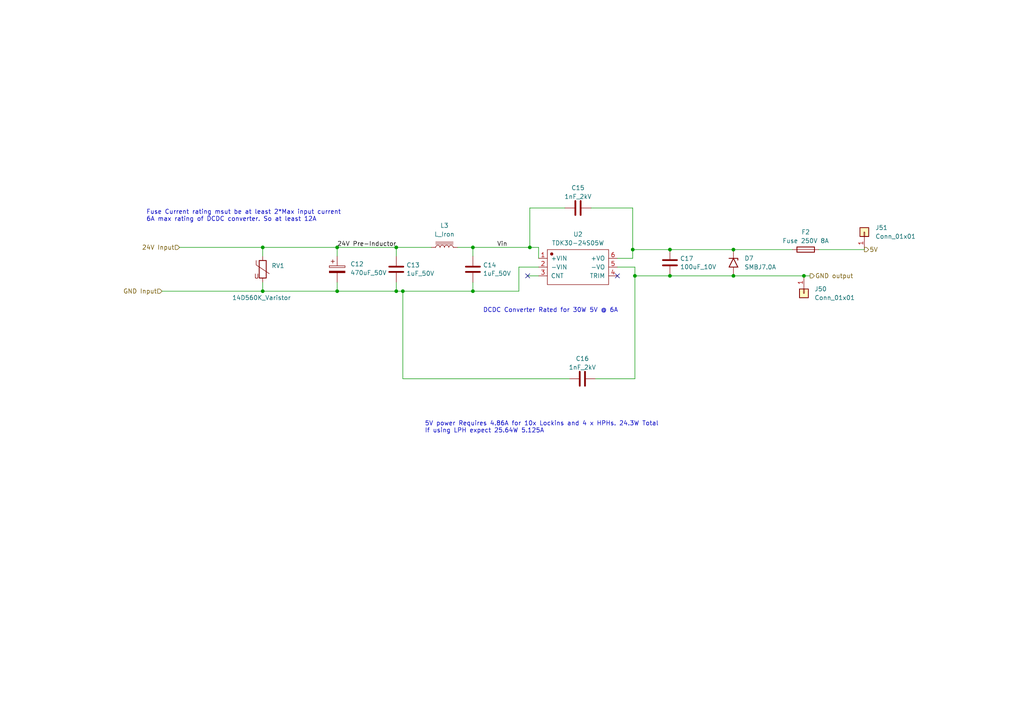
<source format=kicad_sch>
(kicad_sch (version 20231120) (generator "eeschema") (generator_version "8.0")
  (paper "A4")
  (lib_symbols
    (symbol "0_25V_5V:TDK30-24S05W" (pin_names (offset 1.016))
      (property "Reference" "U" (at 0 7.6962 0))
      (property "Value" "TDK30-24S05W" (at 0 12.7762 0))
      (symbol "TDK30-24S05W_1_1"
        (rectangle (start -8.89 5.08) (end 8.89 -5.08) (stroke (width 0.1524)))
        (circle (center -7.62 3.81) (radius 0.381) (stroke (width 0.1524)) (fill (type outline)))
        (pin input line (at -11.43 2.54 0) (length 2.54) (name "+VIN") (number "1"))
        (pin input line (at -11.43 0 0) (length 2.54) (name "-VIN") (number "2"))
        (pin input line (at -11.43 -2.54 0) (length 2.54) (name "CNT") (number "3"))
        (pin input line (at 11.43 -2.54 180) (length 2.54) (name "TRIM") (number "4"))
        (pin input line (at 11.43 0 180) (length 2.54) (name "-VO") (number "5"))
        (pin input line (at 11.43 2.54 180) (length 2.54) (name "+VO") (number "6"))
      )
    )
    (symbol "Connector_Generic:Conn_01x01" (pin_names (offset 1.016) hide)
      (property "Reference" "J" (at 0 2.54 0))
      (property "Value" "Conn_01x01" (at 0 -2.54 0))
      (symbol "Conn_01x01_1_1"
        (rectangle (start -1.27 0.127) (end 0 -0.127) (stroke (width 0.1524)))
        (rectangle (start -1.27 1.27) (end 1.27 -1.27) (stroke (width 0.254)) (fill (type background)))
        (pin passive line (at -5.08 0 0) (length 3.81) (name "Pin_1") (number "1"))
      )
    )
    (symbol "Device:C" (pin_numbers hide) (pin_names (offset 0.254))
      (property "Reference" "C" (at 0.635 2.54 0))
      (property "Value" "C" (at 0.635 -2.54 0))
      (symbol "C_0_1"
        (polyline (pts (xy -2.032 -0.762) (xy 2.032 -0.762)) (stroke (width 0.508)))
        (polyline (pts (xy -2.032 0.762) (xy 2.032 0.762)) (stroke (width 0.508)))
      )
      (symbol "C_1_1"
        (pin passive line (at 0 3.81 270) (length 2.794) (name "~") (number "1"))
        (pin passive line (at 0 -3.81 90) (length 2.794) (name "~") (number "2"))
      )
    )
    (symbol "Device:C_Polarized" (pin_numbers hide) (pin_names (offset 0.254))
      (property "Reference" "C" (at 0.635 2.54 0))
      (property "Value" "C_Polarized" (at 0.635 -2.54 0))
      (symbol "C_Polarized_0_1"
        (rectangle (start -2.286 0.508) (end 2.286 1.016))
        (polyline (pts (xy -1.778 2.286) (xy -0.762 2.286)))
        (polyline (pts (xy -1.27 2.794) (xy -1.27 1.778)))
        (rectangle (start 2.286 -0.508) (end -2.286 -1.016) (fill (type outline)))
      )
      (symbol "C_Polarized_1_1"
        (pin passive line (at 0 3.81 270) (length 2.794) (name "~") (number "1"))
        (pin passive line (at 0 -3.81 90) (length 2.794) (name "~") (number "2"))
      )
    )
    (symbol "Device:Fuse" (pin_numbers hide) (pin_names (offset 0))
      (property "Reference" "F" (at 2.032 0 90))
      (property "Value" "Fuse" (at -1.905 0 90))
      (symbol "Fuse_0_1"
        (rectangle (start -0.762 -2.54) (end 0.762 2.54) (stroke (width 0.254)))
        (polyline (pts (xy 0 2.54) (xy 0 -2.54)))
      )
      (symbol "Fuse_1_1"
        (pin passive line (at 0 3.81 270) (length 1.27) (name "~") (number "1"))
        (pin passive line (at 0 -3.81 90) (length 1.27) (name "~") (number "2"))
      )
    )
    (symbol "Device:L_Iron" (pin_numbers hide) (pin_names (offset 1.016) hide)
      (property "Reference" "L" (at -1.27 0 90))
      (property "Value" "L_Iron" (at 2.794 0 90))
      (symbol "L_Iron_0_1"
        (arc (start 0 -2.54) (mid 0.6323 -1.905) (end 0 -1.27))
        (arc (start 0 -1.27) (mid 0.6323 -0.635) (end 0 0))
        (polyline (pts (xy 1.016 2.54) (xy 1.016 -2.54)))
        (polyline (pts (xy 1.524 -2.54) (xy 1.524 2.54)))
        (arc (start 0 0) (mid 0.6323 0.635) (end 0 1.27))
        (arc (start 0 1.27) (mid 0.6323 1.905) (end 0 2.54))
      )
      (symbol "L_Iron_1_1"
        (pin passive line (at 0 3.81 270) (length 1.27) (name "1") (number "1"))
        (pin passive line (at 0 -3.81 90) (length 1.27) (name "2") (number "2"))
      )
    )
    (symbol "Device:Varistor" (pin_numbers hide) (pin_names (offset 0))
      (property "Reference" "RV" (at 3.175 0 90))
      (property "Value" "Varistor" (at -3.175 0 90))
      (symbol "Varistor_0_0"
        (text "U" (at -1.778 -2.032 0) (effects (font (size 1.27 1.27))))
      )
      (symbol "Varistor_0_1"
        (rectangle (start -1.016 -2.54) (end 1.016 2.54) (stroke (width 0.254)))
        (polyline (pts (xy -1.905 2.54) (xy -1.905 1.27) (xy 1.905 -1.27)))
      )
      (symbol "Varistor_1_1"
        (pin passive line (at 0 3.81 270) (length 1.27) (name "~") (number "1"))
        (pin passive line (at 0 -3.81 90) (length 1.27) (name "~") (number "2"))
      )
    )
    (symbol "Diode:SMAJ7.0A" (pin_numbers hide) (pin_names (offset 1.016) hide)
      (property "Reference" "D" (at 0 2.54 0))
      (property "Value" "SMAJ7.0A" (at 0 -2.54 0))
      (symbol "SMAJ7.0A_0_1"
        (polyline (pts (xy -0.762 1.27) (xy -1.27 1.27) (xy -1.27 -1.27)) (stroke (width 0.254)))
        (polyline (pts (xy 1.27 1.27) (xy 1.27 -1.27) (xy -1.27 0) (xy 1.27 1.27)) (stroke (width 0.254)))
      )
      (symbol "SMAJ7.0A_1_1"
        (pin passive line (at -3.81 0 0) (length 2.54) (name "A1") (number "1"))
        (pin passive line (at 3.81 0 180) (length 2.54) (name "A2") (number "2"))
      )
    )
  )
  (junction (at 76.2 84.455))
  (junction (at 153.67 71.755))
  (junction (at 114.935 84.455))
  (junction (at 184.15 80.01))
  (junction (at 183.515 72.39))
  (junction (at 116.84 84.455))
  (junction (at 233.172 80.01))
  (junction (at 137.16 84.455))
  (junction (at 114.935 71.755))
  (junction (at 137.16 71.755))
  (junction (at 97.79 71.755))
  (junction (at 97.79 84.455))
  (junction (at 212.725 80.01))
  (junction (at 212.725 72.39))
  (junction (at 194.31 80.01))
  (junction (at 76.2 71.755))
  (junction (at 194.31 72.39))
  (no_connect (at 179.07 80.01))
  (no_connect (at 153.035 80.01))
  (wire (pts (xy 237.49 72.39) (xy 250.698 72.39)))
  (wire (pts (xy 52.07 71.755) (xy 76.2 71.755)))
  (wire (pts (xy 233.172 80.01) (xy 212.725 80.01)))
  (wire (pts (xy 153.67 60.325) (xy 163.83 60.325)))
  (wire (pts (xy 156.21 77.47) (xy 150.495 77.47)))
  (wire (pts (xy 194.31 80.01) (xy 212.725 80.01)))
  (wire (pts (xy 179.07 74.93) (xy 183.515 74.93)))
  (wire (pts (xy 156.21 80.01) (xy 153.035 80.01)))
  (wire (pts (xy 183.515 72.39) (xy 183.515 60.325)))
  (wire (pts (xy 194.31 72.39) (xy 212.725 72.39)))
  (wire (pts (xy 76.2 71.755) (xy 97.79 71.755)))
  (wire (pts (xy 97.79 81.915) (xy 97.79 84.455)))
  (wire (pts (xy 137.16 71.755) (xy 153.67 71.755)))
  (wire (pts (xy 137.16 71.755) (xy 137.16 74.295)))
  (wire (pts (xy 137.16 81.915) (xy 137.16 84.455)))
  (wire (pts (xy 76.2 71.755) (xy 76.2 74.295)))
  (wire (pts (xy 116.84 84.455) (xy 114.935 84.455)))
  (wire (pts (xy 183.515 72.39) (xy 194.31 72.39)))
  (wire (pts (xy 97.79 84.455) (xy 76.2 84.455)))
  (wire (pts (xy 114.935 84.455) (xy 97.79 84.455)))
  (wire (pts (xy 156.21 71.755) (xy 156.21 74.93)))
  (wire (pts (xy 212.725 72.39) (xy 229.87 72.39)))
  (wire (pts (xy 183.515 60.325) (xy 171.45 60.325)))
  (wire (pts (xy 153.67 71.755) (xy 156.21 71.755)))
  (wire (pts (xy 184.15 80.01) (xy 194.31 80.01)))
  (wire (pts (xy 114.935 71.755) (xy 125.095 71.755)))
  (wire (pts (xy 184.15 77.47) (xy 184.15 80.01)))
  (wire (pts (xy 137.16 84.455) (xy 116.84 84.455)))
  (wire (pts (xy 234.95 80.01) (xy 233.172 80.01)))
  (wire (pts (xy 150.495 84.455) (xy 137.16 84.455)))
  (wire (pts (xy 97.79 71.755) (xy 97.79 74.295)))
  (wire (pts (xy 153.67 71.755) (xy 153.67 60.325)))
  (wire (pts (xy 179.07 77.47) (xy 184.15 77.47)))
  (wire (pts (xy 46.99 84.455) (xy 76.2 84.455)))
  (wire (pts (xy 76.2 81.915) (xy 76.2 84.455)))
  (wire (pts (xy 97.79 71.755) (xy 114.935 71.755)))
  (wire (pts (xy 116.84 84.455) (xy 116.84 109.855)))
  (wire (pts (xy 114.935 81.915) (xy 114.935 84.455)))
  (wire (pts (xy 114.935 71.755) (xy 114.935 74.295)))
  (wire (pts (xy 184.15 80.01) (xy 184.15 109.855)))
  (wire (pts (xy 132.715 71.755) (xy 137.16 71.755)))
  (wire (pts (xy 183.515 74.93) (xy 183.515 72.39)))
  (wire (pts (xy 116.84 109.855) (xy 165.1 109.855)))
  (wire (pts (xy 184.15 109.855) (xy 172.72 109.855)))
  (wire (pts (xy 150.495 77.47) (xy 150.495 84.455)))
  (text "DCDC Converter Rated for 30W 5V @ 6A" (at 140.081 90.805 0) (effects (font (size 1.27 1.27)) (justify left bottom)))
  (text "5V power Requires 4.86A for 10x Lockins and 4 x HPHs. 24.3W Total\nIf using LPH expect 25.64W 5.125A" (at 123.19 125.73 0) (effects (font (size 1.27 1.27)) (justify left bottom)))
  (text "Fuse Current rating msut be at least 2*Max input current\n6A max rating of DCDC converter. So at least 12A\n" (at 42.418 64.389 0) (effects (font (size 1.27 1.27)) (justify left bottom)))
  (label "Vin" (at 144.145 71.755 0))
  (label "24V Pre-Inductor" (at 97.79 71.755 0))
  (hierarchical_label "5V" (shape output) (at 250.698 72.39 0))
  (hierarchical_label "24V Input" (shape input) (at 52.07 71.755 180))
  (hierarchical_label "GND output" (shape output) (at 234.95 80.01 0))
  (hierarchical_label "GND Input" (shape input) (at 46.99 84.455 180))
  (symbol (lib_id "0_25V_5V:TDK30-24S05W") (at 167.64 77.47 0) (unit 1)
    (property "Reference" "U2" (at 167.64 67.945 0))
    (property "Value" "TDK30-24S05W" (at 167.64 70.485 0))
    (property "Footprint" "0_Motherboard_v1:PWRM-TH_TDK30-XXSXX" (effects (hide yes)))
    (property "Datasheet" "http://www.szlcsc.com/product/details_596509.html" (effects (hide yes)))
    (property "LCSC" "C570789" (effects (hide yes)))
    (property "uuid" "std:1732781940534846a47b2173a4d139b2" (effects (hide yes)))
    (instances (project "motherboard_v1" (path "" (reference "U2") (unit 1))) (project "24v_to_5V" (path "" (reference "U?") (unit 1))))
  )
  (symbol (lib_id "Device:C") (at 137.16 78.105 0) (unit 1)
    (property "Reference" "C14" (at 140.081 76.8929 0) (effects (justify left)))
    (property "Value" "1uF_50V" (at 140.081 79.3171 0) (effects (justify left)))
    (property "Footprint" "Capacitor_SMD:C_0603_1608Metric" (effects (hide yes)))
    (property "LCSC" "C15849" (effects (hide yes)))
    (instances (project "motherboard_v1" (path "" (reference "C14") (unit 1))) (project "24v_to_5V" (path "" (reference "C?") (unit 1))))
  )
  (symbol (lib_id "Connector_Generic:Conn_01x01") (at 250.698 67.31 90) (unit 1)
    (property "Reference" "J51" (at 253.873 66.04 90) (effects (justify right)))
    (property "Value" "Conn_01x01" (at 253.873 68.58 90) (effects (justify right)))
    (property "Footprint" "0_Motherboard_v1:Test_Point_TH_BD3.2-D2.0" (effects (hide yes)))
    (property "LCSC" "C5277086" (effects (hide yes)))
  )
  (symbol (lib_id "Connector_Generic:Conn_01x01") (at 233.172 85.09 270) (unit 1)
    (property "Reference" "J50" (at 236.22 83.8199 90) (effects (justify left)))
    (property "Value" "Conn_01x01" (at 236.22 86.3599 90) (effects (justify left)))
    (property "Footprint" "0_Motherboard_v1:Test_Point_TH_BD3.2-D2.0" (effects (hide yes)))
    (property "LCSC" "C5199811" (effects (hide yes)))
  )
  (symbol (lib_id "Diode:SMAJ7.0A") (at 212.725 76.2 270) (unit 1)
    (property "Reference" "D7" (at 215.9 74.93 90) (effects (justify left)))
    (property "Value" "SMBJ7.0A" (at 215.9 77.47 90) (effects (justify left)))
    (property "Footprint" "Diode_SMD:D_SMA" (effects (hide yes)))
    (property "Datasheet" "https://www.littelfuse.com/media?resourcetype=datasheets&itemid=75e32973-b177-4ee3-a0ff-cedaf1abdb93&filename=smaj-datasheet" (effects (hide yes)))
    (property "LCSC" "C693613" (effects (hide yes)))
    (instances (project "motherboard_v1" (path "" (reference "D7") (unit 1))) (project "24v_to_5V" (path "" (reference "D?") (unit 1))))
  )
  (symbol (lib_id "Device:L_Iron") (at 128.905 71.755 90) (unit 1)
    (property "Reference" "L3" (at 128.905 65.405 90))
    (property "Value" "L_Iron" (at 128.905 67.945 90))
    (property "Footprint" "0_Motherboard_v1:IND-SMD_L7.1-W6.6" (effects (hide yes)))
    (property "LCSC" "C439009" (effects (hide yes)))
    (instances (project "motherboard_v1" (path "" (reference "L3") (unit 1))) (project "24v_to_5V" (path "" (reference "L?") (unit 1))))
  )
  (symbol (lib_id "Device:Fuse") (at 233.68 72.39 90) (unit 1)
    (property "Reference" "F2" (at 233.68 67.31 90))
    (property "Value" "Fuse 250V 8A" (at 233.68 69.85 90))
    (property "Footprint" "0_Motherboard_v1:Fuse_holder" (effects (hide yes)))
    (property "LCSC" "C268204" (effects (hide yes)))
  )
  (symbol (lib_id "Device:Varistor") (at 76.2 78.105 0) (unit 1)
    (property "Reference" "RV1" (at 78.74 77.0862 0) (effects (justify left)))
    (property "Value" "14D560K_Varistor" (at 67.31 86.36 0) (effects (justify left)))
    (property "Footprint" "0_Motherboard_v1:RES-TH_L17.0-W5.0-P7.50-D1.2" (effects (hide yes)))
    (property "Sim.Name" "kicad_builtin_varistor" (effects (hide yes)))
    (property "Sim.Device" "SUBCKT" (effects (hide yes)))
    (property "Sim.Pins" "1=A 2=B" (effects (hide yes)))
    (property "Sim.Params" "threshold=1k" (effects (hide yes)))
    (property "Sim.Library" "${KICAD7_SYMBOL_DIR}/Simulation_SPICE.sp" (effects (hide yes)))
    (property "LCSC" "C18901" (effects (hide yes)))
    (instances (project "motherboard_v1" (path "" (reference "RV1") (unit 1))) (project "24v_to_5V" (path "" (reference "RV?") (unit 1))))
  )
  (symbol (lib_id "Device:C") (at 194.31 76.2 0) (unit 1)
    (property "Reference" "C17" (at 197.231 74.9879 0) (effects (justify left)))
    (property "Value" "100uF_10V" (at 197.231 77.4121 0) (effects (justify left)))
    (property "Footprint" "Capacitor_SMD:C_1206_3216Metric" (effects (hide yes)))
    (property "LCSC" "C9196" (effects (hide yes)))
    (instances (project "motherboard_v1" (path "" (reference "C17") (unit 1))) (project "24v_to_5V" (path "" (reference "C?") (unit 1))))
  )
  (symbol (lib_id "Device:C_Polarized") (at 97.79 78.105 0) (unit 1)
    (property "Reference" "C12" (at 101.6 76.581 0) (effects (justify left)))
    (property "Value" "470uF_50V" (at 101.6 79.121 0) (effects (justify left)))
    (property "Footprint" "Capacitor_SMD:CP_Elec_10x10.5" (effects (hide yes)))
    (property "LCSC" "C5162365" (effects (hide yes)))
    (instances (project "motherboard_v1" (path "" (reference "C12") (unit 1))) (project "24v_to_5V" (path "" (reference "C?") (unit 1))))
  )
  (symbol (lib_id "Device:C") (at 114.935 78.105 0) (unit 1)
    (property "Reference" "C13" (at 117.856 76.8929 0) (effects (justify left)))
    (property "Value" "1uF_50V" (at 117.856 79.3171 0) (effects (justify left)))
    (property "Footprint" "Capacitor_SMD:C_0603_1608Metric" (effects (hide yes)))
    (property "LCSC" "C15849" (effects (hide yes)))
    (instances (project "motherboard_v1" (path "" (reference "C13") (unit 1))) (project "24v_to_5V" (path "" (reference "C?") (unit 1))))
  )
  (symbol (lib_id "Device:C") (at 168.91 109.855 90) (unit 1)
    (property "Reference" "C16" (at 168.91 104.013 90))
    (property "Value" "1nF_2kV" (at 168.91 106.553 90))
    (property "Footprint" "Capacitor_SMD:C_1206_3216Metric" (effects (hide yes)))
    (property "LCSC" "C9196" (effects (hide yes)))
    (instances (project "motherboard_v1" (path "" (reference "C16") (unit 1))) (project "24v_to_5V" (path "" (reference "C?") (unit 1))))
  )
  (symbol (lib_id "Device:C") (at 167.64 60.325 90) (unit 1)
    (property "Reference" "C15" (at 167.64 54.483 90))
    (property "Value" "1nF_2kV" (at 167.64 57.023 90))
    (property "Footprint" "Capacitor_SMD:C_1206_3216Metric" (effects (hide yes)))
    (property "LCSC" "C9196" (effects (hide yes)))
    (instances (project "motherboard_v1" (path "" (reference "C15") (unit 1))) (project "24v_to_5V" (path "" (reference "C?") (unit 1))))
  )
)
</source>
